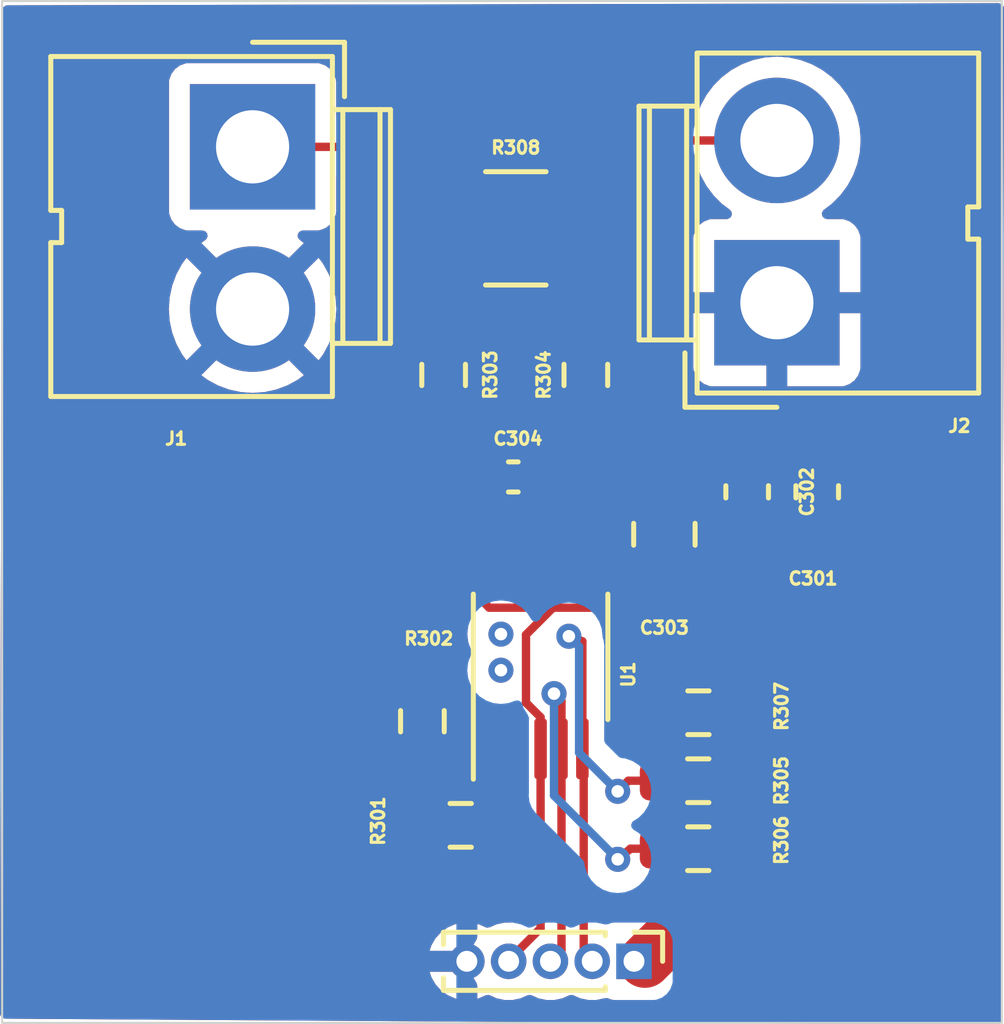
<source format=kicad_pcb>
(kicad_pcb (version 20221018) (generator pcbnew)
  (layers (0 "F.Cu" signal) (31 "B.Cu" signal) (34 "B.Paste" user) (35 "F.Paste" user) (36 "B.SilkS" user "B.Silkscreen") (37 "F.SilkS" user "F.Silkscreen") (38 "B.Mask" user) (39 "F.Mask" user) (44 "Edge.Cuts" user))
  (net 0 "")
  (net 1 "PACK+")
  (net 2 "GND")
  (net 3 "/3V3")
  (net 4 "Net-(U1-IN+)")
  (net 5 "Net-(U1-IN-)")
  (net 6 "PACK-")
  (net 7 "SCL")
  (net 8 "SDA")
  (net 9 "ALERT")
  (net 10 "A0")
  (net 11 "A1")
  (footprint "Resistor_SMD:R_0603_1608Metric_Pad0.98x0.95mm_HandSolder" (layer "F.Cu") (at 173.2261 116.8908)
    (fp_text reference "R306" (at 1.990133 -0.2032 90) (layer "F.SilkS") (effects (font (size 0.3 0.3) (thickness 0.075) bold)))
    (fp_text value "10k")
    (fp_line (start -0.254724 -0.5225) (end 0.254724 -0.5225) (stroke (width 0.12)) (layer "F.SilkS"))
    (fp_line (start -0.254724 0.5225) (end 0.254724 0.5225) (stroke (width 0.12)) (layer "F.SilkS"))
    (pad "1" smd roundrect (at -0.9125 0) (size 0.975 0.95) (layers "F.Cu" "F.Paste" "F.Mask") (net 8 "SDA"))
    (pad "2" smd roundrect (at 0.9125 0) (size 0.975 0.95) (layers "F.Cu" "F.Paste" "F.Mask") (net 3 "/3V3"))
  )
  (footprint "Resistor_SMD:R_0603_1608Metric_Pad0.98x0.95mm_HandSolder" (layer "F.Cu") (at 167.5403 116.332 180)
    (fp_text reference "R301" (at 1.974252 0.1016 90) (layer "F.SilkS") (effects (font (size 0.3 0.3) (thickness 0.075) bold)))
    (fp_text value "10k")
    (fp_line (start -0.254724 -0.5225) (end 0.254724 -0.5225) (stroke (width 0.12)) (layer "F.SilkS"))
    (fp_line (start -0.254724 0.5225) (end 0.254724 0.5225) (stroke (width 0.12)) (layer "F.SilkS"))
    (pad "1" smd roundrect (at -0.9125 0 180) (size 0.975 0.95) (layers "F.Cu" "F.Paste" "F.Mask") (net 10 "A0"))
    (pad "2" smd roundrect (at 0.9125 0 180) (size 0.975 0.95) (layers "F.Cu" "F.Paste" "F.Mask") (net 2 "GND"))
  )
  (footprint "Resistor_SMD:R_0603_1608Metric_Pad0.98x0.95mm_HandSolder" (layer "F.Cu") (at 170.5356 105.5624 -90)
    (fp_text reference "R304" (at 0 1.0084 90) (layer "F.SilkS") (effects (font (size 0.3 0.3) (thickness 0.075) bold)))
    (fp_text value "100ohm")
    (fp_line (start -0.254724 -0.5225) (end 0.254724 -0.5225) (stroke (width 0.12)) (layer "F.SilkS"))
    (fp_line (start -0.254724 0.5225) (end 0.254724 0.5225) (stroke (width 0.12)) (layer "F.SilkS"))
    (pad "1" smd roundrect (at -0.9125 0 270) (size 0.975 0.95) (layers "F.Cu" "F.Paste" "F.Mask") (net 6 "PACK-"))
    (pad "2" smd roundrect (at 0.9125 0 270) (size 0.975 0.95) (layers "F.Cu" "F.Paste" "F.Mask") (net 5 "Net-(U1-IN-)"))
  )
  (footprint "Resistor_SMD:R_0603_1608Metric_Pad0.98x0.95mm_HandSolder" (layer "F.Cu") (at 173.2261 115.2652)
    (fp_text reference "R305" (at 1.990133 0 -90) (layer "F.SilkS") (effects (font (size 0.3 0.3) (thickness 0.075) bold)))
    (fp_text value "10K")
    (fp_line (start -0.254724 -0.5225) (end 0.254724 -0.5225) (stroke (width 0.12)) (layer "F.SilkS"))
    (fp_line (start -0.254724 0.5225) (end 0.254724 0.5225) (stroke (width 0.12)) (layer "F.SilkS"))
    (pad "1" smd roundrect (at -0.9125 0) (size 0.975 0.95) (layers "F.Cu" "F.Paste" "F.Mask") (net 7 "SCL"))
    (pad "2" smd roundrect (at 0.9125 0) (size 0.975 0.95) (layers "F.Cu" "F.Paste" "F.Mask") (net 3 "/3V3"))
  )
  (footprint "Package_SO:VSSOP-10_3x3mm_P0.5mm" (layer "F.Cu") (at 169.4528 112.3032 90)
    (fp_text reference "U1" (at -0.422 2.0988 90) (layer "F.SilkS") (effects (font (size 0.3 0.3) (thickness 0.075) bold)))
    (fp_text value "INA228AQDGSRQ1" hide)
    (fp_line (start 0 -1.61) (end -2.925 -1.61) (stroke (width 0.12)) (layer "F.SilkS"))
    (fp_line (start 0 -1.61) (end 1.5 -1.61) (stroke (width 0.12)) (layer "F.SilkS"))
    (fp_line (start 0 1.61) (end -1.5 1.61) (stroke (width 0.12)) (layer "F.SilkS"))
    (fp_line (start 0 1.61) (end 1.5 1.61) (stroke (width 0.12)) (layer "F.SilkS"))
    (pad "1" smd roundrect (at -2.2 -1 90) (size 1.45 0.3) (layers "F.Cu" "F.Paste" "F.Mask") (net 11 "A1"))
    (pad "2" smd roundrect (at -2.2 -0.5 90) (size 1.45 0.3) (layers "F.Cu" "F.Paste" "F.Mask") (net 10 "A0"))
    (pad "3" smd roundrect (at -2.2 0 90) (size 1.45 0.3) (layers "F.Cu" "F.Paste" "F.Mask") (net 9 "ALERT"))
    (pad "4" smd roundrect (at -2.2 0.5 90) (size 1.45 0.3) (layers "F.Cu" "F.Paste" "F.Mask") (net 8 "SDA"))
    (pad "5" smd roundrect (at -2.2 1 90) (size 1.45 0.3) (layers "F.Cu" "F.Paste" "F.Mask") (net 7 "SCL"))
    (pad "6" smd roundrect (at 2.2 1 90) (size 1.45 0.3) (layers "F.Cu" "F.Paste" "F.Mask") (net 3 "/3V3"))
    (pad "7" smd roundrect (at 2.2 0.5 90) (size 1.45 0.3) (layers "F.Cu" "F.Paste" "F.Mask") (net 2 "GND"))
    (pad "8" smd roundrect (at 2.2 0 90) (size 1.45 0.3) (layers "F.Cu" "F.Paste" "F.Mask") (net 1 "PACK+"))
    (pad "9" smd roundrect (at 2.2 -0.5 90) (size 1.45 0.3) (layers "F.Cu" "F.Paste" "F.Mask") (net 5 "Net-(U1-IN-)"))
    (pad "10" smd roundrect (at 2.2 -1 90) (size 1.45 0.3) (layers "F.Cu" "F.Paste" "F.Mask") (net 4 "Net-(U1-IN+)"))
  )
  (footprint "Capacitor_SMD:C_0805_2012Metric_Pad1.18x1.45mm_HandSolder" (layer "F.Cu") (at 172.4152 109.3724 90)
    (fp_text reference "C303" (at -2.2352 0) (layer "F.SilkS") (effects (font (size 0.3 0.3) (thickness 0.075))))
    (fp_text value "100nf")
    (fp_line (start -0.261252 -0.735) (end 0.261252 -0.735) (stroke (width 0.12)) (layer "F.SilkS"))
    (fp_line (start -0.261252 0.735) (end 0.261252 0.735) (stroke (width 0.12)) (layer "F.SilkS"))
    (pad "1" smd roundrect (at -1.0375 0 90) (size 1.175 1.45) (layers "F.Cu" "F.Paste" "F.Mask") (roundrect_rratio 0.212766) (net 3 "/3V3"))
    (pad "2" smd roundrect (at 1.0375 0 90) (size 1.175 1.45) (layers "F.Cu" "F.Paste" "F.Mask") (roundrect_rratio 0.212766) (net 2 "GND"))
  )
  (footprint "Resistor_SMD:R_0603_1608Metric_Pad0.98x0.95mm_HandSolder" (layer "F.Cu") (at 173.2299 113.6396)
    (fp_text reference "R307" (at 1.990133 -0.1524 90) (layer "F.SilkS") (effects (font (size 0.3 0.3) (thickness 0.075) bold)))
    (fp_text value "10K")
    (fp_line (start -0.254724 -0.5225) (end 0.254724 -0.5225) (stroke (width 0.12)) (layer "F.SilkS"))
    (fp_line (start -0.254724 0.5225) (end 0.254724 0.5225) (stroke (width 0.12)) (layer "F.SilkS"))
    (pad "1" smd roundrect (at -0.9125 0) (size 0.975 0.95) (layers "F.Cu" "F.Paste" "F.Mask") (net 9 "ALERT"))
    (pad "2" smd roundrect (at 0.9125 0) (size 0.975 0.95) (layers "F.Cu" "F.Paste" "F.Mask") (net 3 "/3V3"))
  )
  (footprint "Resistor_SMD:R_0603_1608Metric_Pad0.98x0.95mm_HandSolder" (layer "F.Cu") (at 166.624 113.8428 90)
    (fp_text reference "R302" (at 1.974252 0.1524 180) (layer "F.SilkS") (effects (font (size 0.3 0.3) (thickness 0.075) bold)))
    (fp_text value "10k" hide)
    (fp_line (start -0.254724 -0.5225) (end 0.254724 -0.5225) (stroke (width 0.12)) (layer "F.SilkS"))
    (fp_line (start -0.254724 0.5225) (end 0.254724 0.5225) (stroke (width 0.12)) (layer "F.SilkS"))
    (pad "1" smd roundrect (at -0.9125 0 90) (size 0.975 0.95) (layers "F.Cu" "F.Paste" "F.Mask") (net 11 "A1"))
    (pad "2" smd roundrect (at 0.9125 0 90) (size 0.975 0.95) (layers "F.Cu" "F.Paste" "F.Mask") (net 2 "GND"))
  )
  (footprint "Connector_PinHeader_1.00mm:PinHeader_1x05_P1.00mm_Vertical" (layer "F.Cu") (at 171.688 119.5832 -90)
    (fp_text reference "J3" hide)
    (fp_text value "Conn_01x05_Pin")
    (fp_line (start -0.695 -0.685) (end 0 -0.685) (stroke (width 0.12)) (layer "F.SilkS"))
    (fp_line (start -0.695 0) (end -0.695 -0.685) (stroke (width 0.12)) (layer "F.SilkS"))
    (fp_line (start -0.695 0.685) (end -0.695 4.56) (stroke (width 0.12)) (layer "F.SilkS"))
    (fp_line (start -0.695 0.685) (end -0.608276 0.685) (stroke (width 0.12)) (layer "F.SilkS"))
    (fp_line (start -0.695 4.56) (end -0.394493 4.56) (stroke (width 0.12)) (layer "F.SilkS"))
    (fp_line (start 0.394493 4.56) (end 0.695 4.56) (stroke (width 0.12)) (layer "F.SilkS"))
    (fp_line (start 0.608276 0.685) (end 0.695 0.685) (stroke (width 0.12)) (layer "F.SilkS"))
    (fp_line (start 0.695 0.685) (end 0.695 4.56) (stroke (width 0.12)) (layer "F.SilkS"))
    (pad "1" thru_hole rect (at 0 0 270) (size 0.85 0.85) (drill 0.5) (layers "*.Cu" "*.Mask") (net 3 "/3V3"))
    (pad "2" thru_hole oval (at 0 1 270) (size 0.85 0.85) (drill 0.5) (layers "*.Cu" "*.Mask") (net 7 "SCL"))
    (pad "3" thru_hole oval (at 0 2 270) (size 0.85 0.85) (drill 0.5) (layers "*.Cu" "*.Mask") (net 8 "SDA"))
    (pad "4" thru_hole oval (at 0 3 270) (size 0.85 0.85) (drill 0.5) (layers "*.Cu" "*.Mask") (net 9 "ALERT"))
    (pad "5" thru_hole oval (at 0 4 270) (size 0.85 0.85) (drill 0.5) (layers "*.Cu" "*.Mask") (net 2 "GND"))
  )
  (footprint "Capacitor_SMD:C_0603_1608Metric_Pad1.08x0.95mm_HandSolder" (layer "F.Cu") (at 174.3964 108.3575 -90)
    (fp_text reference "C302" (at 0 -1.43 -90) (layer "F.SilkS") (effects (font (size 0.3 0.3) (thickness 0.075) bold)))
    (fp_text value "22uf")
    (fp_line (start -0.146267 -0.51) (end 0.146267 -0.51) (stroke (width 0.12)) (layer "F.SilkS"))
    (fp_line (start -0.146267 0.51) (end 0.146267 0.51) (stroke (width 0.12)) (layer "F.SilkS"))
    (pad "1" smd roundrect (at -0.8625 0 270) (size 1.075 0.95) (layers "F.Cu" "F.Paste" "F.Mask") (net 1 "PACK+"))
    (pad "2" smd roundrect (at 0.8625 0 270) (size 1.075 0.95) (layers "F.Cu" "F.Paste" "F.Mask") (net 2 "GND"))
  )
  (footprint "Connector:JWT_A3963_1x02_P3.96mm_Vertical" (layer "F.Cu") (at 175.1076 103.8352 90)
    (fp_text reference "J2" (at -2.9464 4.3688 180) (layer "F.SilkS") (effects (font (size 0.3 0.3) (thickness 0.075) bold)))
    (fp_text value "Conn_01x02_Pin")
    (fp_line (start -2.5 -2.2) (end -2.5 0) (stroke (width 0.12)) (layer "F.SilkS"))
    (fp_line (start -2.16 -1.91) (end -2.16 0) (stroke (width 0.12)) (layer "F.SilkS"))
    (fp_line (start -2.16 -1.91) (end 5.97 -1.91) (stroke (width 0.12)) (layer "F.SilkS"))
    (fp_line (start -2.16 0) (end -2.16 4.83) (stroke (width 0.12)) (layer "F.SilkS"))
    (fp_line (start -1.2 -2.2) (end -2.5 -2.2) (stroke (width 0.12)) (layer "F.SilkS"))
    (fp_line (start -0.89 -3.3) (end 4.7 -3.3) (stroke (width 0.12)) (layer "F.SilkS"))
    (fp_line (start -0.89 -3.05) (end 4.7 -3.05) (stroke (width 0.12)) (layer "F.SilkS"))
    (fp_line (start -0.89 -2.16) (end 4.7 -2.16) (stroke (width 0.12)) (layer "F.SilkS"))
    (fp_line (start -0.89 -1.91) (end -0.89 -3.3) (stroke (width 0.12)) (layer "F.SilkS"))
    (fp_line (start 1.52 4.57) (end 2.29 4.57) (stroke (width 0.12)) (layer "F.SilkS"))
    (fp_line (start 1.52 4.83) (end -2.16 4.83) (stroke (width 0.12)) (layer "F.SilkS"))
    (fp_line (start 1.52 4.83) (end 1.52 4.57) (stroke (width 0.12)) (layer "F.SilkS"))
    (fp_line (start 2.29 4.57) (end 2.29 4.83) (stroke (width 0.12)) (layer "F.SilkS"))
    (fp_line (start 2.29 4.83) (end 5.97 4.83) (stroke (width 0.12)) (layer "F.SilkS"))
    (fp_line (start 4.7 -1.91) (end 4.7 -3.3) (stroke (width 0.12)) (layer "F.SilkS"))
    (fp_line (start 5.97 -1.91) (end 5.97 0) (stroke (width 0.12)) (layer "F.SilkS"))
    (fp_line (start 5.97 4.83) (end 5.97 0) (stroke (width 0.12)) (layer "F.SilkS"))
    (pad "1" thru_hole rect (at 0 0 90) (size 3 3) (drill 1.75) (layers "*.Cu" "*.Mask") (net 2 "GND"))
    (pad "2" thru_hole circle (at 3.88 0 90) (size 3 3) (drill 1.75) (layers "*.Cu" "*.Mask") (net 6 "PACK-"))
  )
  (footprint "Connector:JWT_A3963_1x02_P3.96mm_Vertical" (layer "F.Cu") (at 162.56 100.1076 -90)
    (fp_text reference "J1" (at 6.9788 1.8288 -180) (layer "F.SilkS") (effects (font (size 0.3 0.3) (thickness 0.075) bold)))
    (fp_text value "Conn_01x02_Pin")
    (fp_line (start -2.5 -2.2) (end -2.5 0) (stroke (width 0.12)) (layer "F.SilkS"))
    (fp_line (start -2.16 -1.91) (end -2.16 0) (stroke (width 0.12)) (layer "F.SilkS"))
    (fp_line (start -2.16 -1.91) (end 5.97 -1.91) (stroke (width 0.12)) (layer "F.SilkS"))
    (fp_line (start -2.16 0) (end -2.16 4.83) (stroke (width 0.12)) (layer "F.SilkS"))
    (fp_line (start -1.2 -2.2) (end -2.5 -2.2) (stroke (width 0.12)) (layer "F.SilkS"))
    (fp_line (start -0.89 -3.3) (end 4.7 -3.3) (stroke (width 0.12)) (layer "F.SilkS"))
    (fp_line (start -0.89 -3.05) (end 4.7 -3.05) (stroke (width 0.12)) (layer "F.SilkS"))
    (fp_line (start -0.89 -2.16) (end 4.7 -2.16) (stroke (width 0.12)) (layer "F.SilkS"))
    (fp_line (start -0.89 -1.91) (end -0.89 -3.3) (stroke (width 0.12)) (layer "F.SilkS"))
    (fp_line (start 1.52 4.57) (end 2.29 4.57) (stroke (width 0.12)) (layer "F.SilkS"))
    (fp_line (start 1.52 4.83) (end -2.16 4.83) (stroke (width 0.12)) (layer "F.SilkS"))
    (fp_line (start 1.52 4.83) (end 1.52 4.57) (stroke (width 0.12)) (layer "F.SilkS"))
    (fp_line (start 2.29 4.57) (end 2.29 4.83) (stroke (width 0.12)) (layer "F.SilkS"))
    (fp_line (start 2.29 4.83) (end 5.97 4.83) (stroke (width 0.12)) (layer "F.SilkS"))
    (fp_line (start 4.7 -1.91) (end 4.7 -3.3) (stroke (width 0.12)) (layer "F.SilkS"))
    (fp_line (start 5.97 -1.91) (end 5.97 0) (stroke (width 0.12)) (layer "F.SilkS"))
    (fp_line (start 5.97 4.83) (end 5.97 0) (stroke (width 0.12)) (layer "F.SilkS"))
    (pad "1" thru_hole rect (at 0 0 270) (size 3 3) (drill 1.75) (layers "*.Cu" "*.Mask") (net 1 "PACK+"))
    (pad "2" thru_hole circle (at 3.88 0 270) (size 3 3) (drill 1.75) (layers "*.Cu" "*.Mask") (net 2 "GND"))
  )
  (footprint "Resistor_SMD:R_0603_1608Metric_Pad0.98x0.95mm_HandSolder" (layer "F.Cu") (at 167.132 105.5624 -90)
    (fp_text reference "R303" (at 0 -1.1176 90) (layer "F.SilkS") (effects (font (size 0.3 0.3) (thickness 0.075) bold)))
    (fp_text value "100ohm")
    (fp_line (start -0.254724 -0.5225) (end 0.254724 -0.5225) (stroke (width 0.12)) (layer "F.SilkS"))
    (fp_line (start -0.254724 0.5225) (end 0.254724 0.5225) (stroke (width 0.12)) (layer "F.SilkS"))
    (pad "1" smd roundrect (at -0.9125 0 270) (size 0.975 0.95) (layers "F.Cu" "F.Paste" "F.Mask") (net 1 "PACK+"))
    (pad "2" smd roundrect (at 0.9125 0 270) (size 0.975 0.95) (layers "F.Cu" "F.Paste" "F.Mask") (net 4 "Net-(U1-IN+)"))
  )
  (footprint "Capacitor_SMD:C_0603_1608Metric_Pad1.08x0.95mm_HandSolder" (layer "F.Cu") (at 176.0728 108.3564 -90)
    (fp_text reference "C301" (at 2.0752 0.1005) (layer "F.SilkS") (effects (font (size 0.3 0.3) (thickness 0.075) bold)))
    (fp_text value "22uf")
    (fp_line (start -0.146267 -0.51) (end 0.146267 -0.51) (stroke (width 0.12)) (layer "F.SilkS"))
    (fp_line (start -0.146267 0.51) (end 0.146267 0.51) (stroke (width 0.12)) (layer "F.SilkS"))
    (pad "1" smd roundrect (at -0.8625 0 270) (size 1.075 0.95) (layers "F.Cu" "F.Paste" "F.Mask") (net 1 "PACK+"))
    (pad "2" smd roundrect (at 0.8625 0 270) (size 1.075 0.95) (layers "F.Cu" "F.Paste" "F.Mask") (net 2 "GND"))
  )
  (footprint "Resistor_SMD:R_1210_3225Metric_Pad1.30x2.65mm_HandSolder" (layer "F.Cu") (at 168.8592 102.0572)
    (fp_text reference "R308" (at 0 -1.9304) (layer "F.SilkS") (effects (font (size 0.3 0.3) (thickness 0.075) bold)))
    (fp_text value "16.2mohm")
    (fp_line (start -0.723737 -1.355) (end 0.723737 -1.355) (stroke (width 0.12)) (layer "F.SilkS"))
    (fp_line (start -0.723737 1.355) (end 0.723737 1.355) (stroke (width 0.12)) (layer "F.SilkS"))
    (pad "1" smd roundrect (at -1.55 0) (size 1.3 2.65) (layers "F.Cu" "F.Paste" "F.Mask") (roundrect_rratio 0.192308) (net 1 "PACK+"))
    (pad "2" smd roundrect (at 1.55 0) (size 1.3 2.65) (layers "F.Cu" "F.Paste" "F.Mask") (roundrect_rratio 0.192308) (net 6 "PACK-"))
  )
  (footprint "Capacitor_SMD:C_0402_1005Metric_Pad0.74x0.62mm_HandSolder" (layer "F.Cu") (at 168.7997 108.0008)
    (fp_text reference "C304" (at 0.1103 -0.9144 180) (layer "F.SilkS") (effects (font (size 0.3 0.3) (thickness 0.075) bold)))
    (fp_text value "1uf")
    (fp_line (start -0.115835 -0.36) (end 0.115835 -0.36) (stroke (width 0.12)) (layer "F.SilkS"))
    (fp_line (start -0.115835 0.36) (end 0.115835 0.36) (stroke (width 0.12)) (layer "F.SilkS"))
    (pad "1" smd roundrect (at -0.5675 0) (size 0.735 0.62) (layers "F.Cu" "F.Paste" "F.Mask") (net 4 "Net-(U1-IN+)"))
    (pad "2" smd roundrect (at 0.5675 0) (size 0.735 0.62) (layers "F.Cu" "F.Paste" "F.Mask") (net 5 "Net-(U1-IN-)"))
  )
  (gr_rect (start 156.5656 96.6216) (end 180.4924 121.0564) (stroke (width 0.05)) (fill none) (layer "Edge.Cuts"))
  (via (at 168.5036 111.76) (size 0.6) (drill 0.3) (layers "F.Cu" "B.Cu") (net 0))
  (via (at 168.5036 112.6236) (size 0.6) (drill 0.3) (layers "F.Cu" "B.Cu") (net 0))
  (segment (start 171.86667 106.934) (end 173.8354 106.934) (width 0.2) (layer "F.Cu") (net 1))
  (segment (start 167.3092 104.4727) (end 167.132 104.6499) (width 0.2) (layer "F.Cu") (net 1))
  (segment (start 162.56 100.1076) (end 165.3596 100.1076) (width 0.2) (layer "F.Cu") (net 1))
  (segment (start 167.132 104.6499) (end 166.357 105.4249) (width 0.2) (layer "F.Cu") (net 1))
  (segment (start 173.8354 106.934) (end 174.3964 107.495) (width 0.2) (layer "F.Cu") (net 1))
  (segment (start 165.3596 100.1076) (end 167.3092 102.0572) (width 0.2) (layer "F.Cu") (net 1))
  (segment (start 167.3092 102.0572) (end 167.3092 104.4727) (width 0.2) (layer "F.Cu") (net 1))
  (segment (start 169.4528 109.34787) (end 171.86667 106.934) (width 0.2) (layer "F.Cu") (net 1))
  (segment (start 176.0717 107.495) (end 176.0728 107.4939) (width 0.2) (layer "F.Cu") (net 1))
  (segment (start 166.357 109.26273) (end 168.22247 111.1282) (width 0.2) (layer "F.Cu") (net 1))
  (segment (start 166.357 105.4249) (end 166.357 109.26273) (width 0.2) (layer "F.Cu") (net 1))
  (segment (start 169.4528 110.1032) (end 169.4528 109.34787) (width 0.2) (layer "F.Cu") (net 1))
  (segment (start 169.18313 111.1282) (end 169.4528 110.85853) (width 0.2) (layer "F.Cu") (net 1))
  (segment (start 169.4528 110.85853) (end 169.4528 110.1032) (width 0.2) (layer "F.Cu") (net 1))
  (segment (start 168.22247 111.1282) (end 169.18313 111.1282) (width 0.2) (layer "F.Cu") (net 1))
  (segment (start 174.3964 107.495) (end 176.0717 107.495) (width 0.2) (layer "F.Cu") (net 1))
  (segment (start 170.4528 110.1032) (end 172.1085 110.1032) (width 0.2) (layer "F.Cu") (net 3))
  (segment (start 172.1085 110.1032) (end 172.4152 110.4099) (width 0.2) (layer "F.Cu") (net 3))
  (segment (start 174.1424 113.6396) (end 174.1424 115.2614) (width 1.27) (layer "F.Cu") (net 3))
  (segment (start 172.4152 110.4099) (end 174.1424 112.1371) (width 1.27) (layer "F.Cu") (net 3))
  (segment (start 170.4528 110.157517) (end 170.4528 110.1032) (width 0.2) (layer "F.Cu") (net 3))
  (segment (start 174.1386 117.3926) (end 171.948 119.5832) (width 1.27) (layer "F.Cu") (net 3))
  (segment (start 174.1386 116.8908) (end 174.1386 117.3926) (width 1.27) (layer "F.Cu") (net 3))
  (segment (start 174.1386 115.2652) (end 174.1386 116.8908) (width 1.27) (layer "F.Cu") (net 3))
  (segment (start 174.1424 115.2614) (end 174.1386 115.2652) (width 0.2) (layer "F.Cu") (net 3))
  (segment (start 174.1424 112.1371) (end 174.1424 113.6396) (width 1.27) (layer "F.Cu") (net 3))
  (segment (start 168.2322 108.0008) (end 168.4528 108.2214) (width 0.2) (layer "F.Cu") (net 4))
  (segment (start 167.132 106.4749) (end 167.132 106.9006) (width 0.2) (layer "F.Cu") (net 4))
  (segment (start 168.4528 108.2214) (end 168.4528 110.1032) (width 0.2) (layer "F.Cu") (net 4))
  (segment (start 167.132 106.9006) (end 168.2322 108.0008) (width 0.2) (layer "F.Cu") (net 4))
  (segment (start 169.3672 108.0008) (end 168.9528 108.4152) (width 0.2) (layer "F.Cu") (net 5))
  (segment (start 170.5356 106.8324) (end 169.3672 108.0008) (width 0.2) (layer "F.Cu") (net 5))
  (segment (start 170.5356 106.4749) (end 170.5356 106.8324) (width 0.2) (layer "F.Cu") (net 5))
  (segment (start 168.9528 108.4152) (end 168.9528 110.1032) (width 0.2) (layer "F.Cu") (net 5))
  (segment (start 170.4092 104.5235) (end 170.5356 104.6499) (width 0.2) (layer "F.Cu") (net 6))
  (segment (start 175.1076 99.9552) (end 172.5112 99.9552) (width 0.2) (layer "F.Cu") (net 6))
  (segment (start 170.4092 102.0572) (end 170.4092 104.5235) (width 0.2) (layer "F.Cu") (net 6))
  (segment (start 172.5112 99.9552) (end 170.4092 102.0572) (width 0.2) (layer "F.Cu") (net 6))
  (segment (start 171.2976 115.5192) (end 171.3992 115.4176) (width 0.2) (layer "F.Cu") (net 7))
  (segment (start 172.3136 115.2652) (end 171.5516 115.2652) (width 0.2) (layer "F.Cu") (net 7))
  (segment (start 170.4848 119.38) (end 170.688 119.5832) (width 0.2) (layer "F.Cu") (net 7))
  (segment (start 170.4848 114.5352) (end 170.4848 119.38) (width 0.2) (layer "F.Cu") (net 7))
  (segment (start 170.1292 111.8108) (end 170.3324 111.8108) (width 0.2) (layer "F.Cu") (net 7))
  (segment (start 170.4528 114.5032) (end 170.4848 114.5352) (width 0.2) (layer "F.Cu") (net 7))
  (segment (start 170.4528 111.9312) (end 170.1292 111.8108) (width 0.2) (layer "F.Cu") (net 7))
  (segment (start 170.4528 114.5032) (end 170.4528 111.9312) (width 0.2) (layer "F.Cu") (net 7))
  (segment (start 171.5516 115.2652) (end 171.2976 115.5192) (width 0.2) (layer "F.Cu") (net 7))
  (segment (start 172.3136 115.2652) (end 171.958 115.2652) (width 0.2) (layer "F.Cu") (net 7))
  (via (at 170.1292 111.8108) (size 0.6) (drill 0.3) (layers "F.Cu" "B.Cu") (net 7))
  (via (at 171.2976 115.5192) (size 0.6) (drill 0.3) (layers "F.Cu" "B.Cu") (net 7))
  (segment (start 170.3736 114.5952) (end 171.2976 115.5192) (width 0.2) (layer "B.Cu") (net 7))
  (segment (start 170.3736 112.0552) (end 170.3736 114.5952) (width 0.2) (layer "B.Cu") (net 7))
  (segment (start 170.1292 111.8108) (end 170.3736 112.0552) (width 0.2) (layer "B.Cu") (net 7))
  (segment (start 171.2976 117.1448) (end 171.45 117.0432) (width 0.2) (layer "F.Cu") (net 8))
  (segment (start 169.9528 113.3616) (end 169.7736 113.1824) (width 0.2) (layer "F.Cu") (net 8))
  (segment (start 169.9528 114.5032) (end 169.9528 113.3616) (width 0.2) (layer "F.Cu") (net 8))
  (segment (start 169.9528 114.5032) (end 169.9528 119.3184) (width 0.2) (layer "F.Cu") (net 8))
  (segment (start 169.9528 119.3184) (end 169.688 119.5832) (width 0.2) (layer "F.Cu") (net 8))
  (segment (start 171.6024 116.8908) (end 171.2976 117.1448) (width 0.2) (layer "F.Cu") (net 8))
  (segment (start 172.3136 116.8908) (end 171.6024 116.8908) (width 0.2) (layer "F.Cu") (net 8))
  (segment (start 169.7736 113.1824) (end 169.8752 113.284) (width 0.2) (layer "F.Cu") (net 8))
  (via (at 171.2976 117.1448) (size 0.6) (drill 0.3) (layers "F.Cu" "B.Cu") (net 8))
  (via (at 169.7736 113.1824) (size 0.6) (drill 0.3) (layers "F.Cu" "B.Cu") (net 8))
  (segment (start 169.7736 115.6208) (end 171.2976 117.1448) (width 0.2) (layer "B.Cu") (net 8))
  (segment (start 169.7736 113.1824) (end 169.7736 115.6208) (width 0.2) (layer "B.Cu") (net 8))
  (segment (start 169.1036 113.39867) (end 169.4528 113.74787) (width 0.2) (layer "F.Cu") (net 9))
  (segment (start 172.3174 112.1194) (end 171.3262 111.1282) (width 0.2) (layer "F.Cu") (net 9))
  (segment (start 172.3174 113.6396) (end 172.3174 112.1194) (width 0.2) (layer "F.Cu") (net 9))
  (segment (start 169.4528 118.793095) (end 168.688 119.557895) (width 0.2) (layer "F.Cu") (net 9))
  (segment (start 169.4528 113.74787) (end 169.4528 114.5032) (width 0.2) (layer "F.Cu") (net 9))
  (segment (start 169.1036 111.773416) (end 169.1036 113.39867) (width 0.2) (layer "F.Cu") (net 9))
  (segment (start 169.748816 111.1282) (end 169.1036 111.773416) (width 0.2) (layer "F.Cu") (net 9))
  (segment (start 171.3262 111.1282) (end 169.748816 111.1282) (width 0.2) (layer "F.Cu") (net 9))
  (segment (start 168.688 119.557895) (end 168.688 119.5832) (width 0.2) (layer "F.Cu") (net 9))
  (segment (start 169.4528 114.5032) (end 169.4528 118.793095) (width 0.2) (layer "F.Cu") (net 9))
  (segment (start 168.9528 115.832) (end 168.9528 114.5032) (width 0.2) (layer "F.Cu") (net 10))
  (segment (start 168.4528 116.332) (end 168.9528 115.832) (width 0.2) (layer "F.Cu") (net 10))
  (segment (start 168.2007 114.7553) (end 168.4528 114.5032) (width 0.2) (layer "F.Cu") (net 11))
  (segment (start 166.624 114.7553) (end 168.2007 114.7553) (width 0.2) (layer "F.Cu") (net 11))
  (zone (net 2) (net_name "GND") (layers "F&B.Cu") (connect_pads (clearance 0.5)) (min_thickness 0.25) (fill yes (thermal_gap 0.5) (thermal_bridge_width 0.5))
    (polygon (pts (xy 156.5656 96.7232) (xy 180.5432 96.6724) (xy 180.4924 121.1072) (xy 156.5148 120.9548)))
  )
)
</source>
